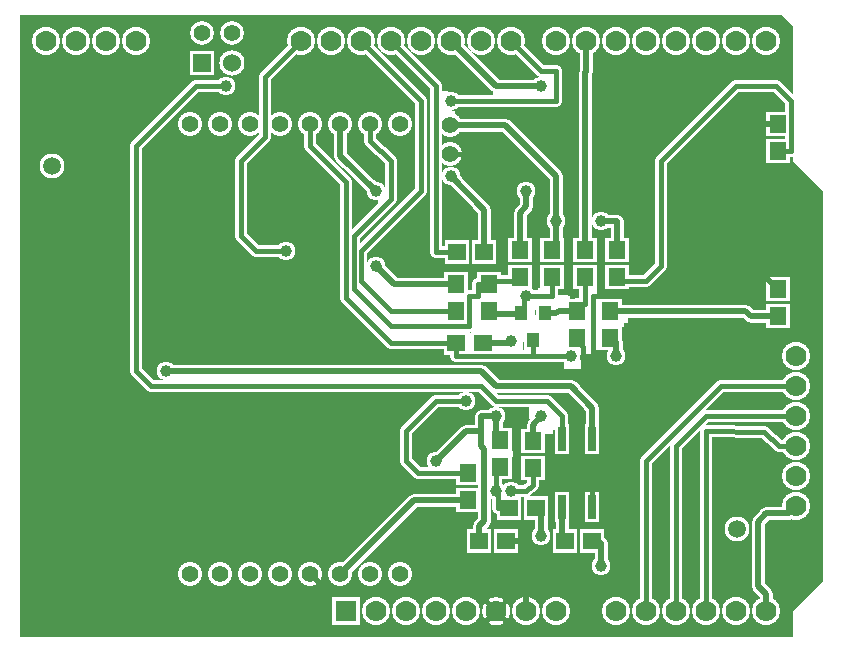
<source format=gbr>
G04 GERBER ASCII OUTPUT FROM: EDWINXP (VER. 1.61 REV. 20080915)*
G04 GERBER FORMAT: RX-274-X*
G04 BOARD: AMICUS_SMARTCARD*
G04 ARTWORK OF COMP.LAYERPOSITIVE SUPERIMPOSED ON NEGATIVE*
%ASAXBY*%
%FSLAX23Y23*%
%MIA0B0*%
%MOIN*%
%OFA0.0000B0.0000*%
%SFA1B1*%
%IJA0B0*%
%INLAYER2NEGPOS*%
%IOA0B0*%
%IPPOS*%
%IR0*%
G04 APERTURE MACROS*
%AMEDWDONUT*
1,1,$1,$2,$3*
1,0,$4,$2,$3*
%
%AMEDWFRECT*
20,1,$1,$2,$3,$4,$5,$6*
%
%AMEDWORECT*
20,1,$1,$2,$3,$4,$5,$10*
20,1,$1,$4,$5,$6,$7,$10*
20,1,$1,$6,$7,$8,$9,$10*
20,1,$1,$8,$9,$2,$3,$10*
1,1,$1,$2,$3*
1,1,$1,$4,$5*
1,1,$1,$6,$7*
1,1,$1,$8,$9*
%
%AMEDWLINER*
20,1,$1,$2,$3,$4,$5,$6*
1,1,$1,$2,$3*
1,1,$1,$4,$5*
%
%AMEDWFTRNG*
4,1,3,$1,$2,$3,$4,$5,$6,$7,$8,$9*
%
%AMEDWATRNG*
4,1,3,$1,$2,$3,$4,$5,$6,$7,$8,$9*
20,1,$11,$1,$2,$3,$4,$10*
20,1,$11,$3,$4,$5,$6,$10*
20,1,$11,$5,$6,$7,$8,$10*
1,1,$11,$3,$4*
1,1,$11,$5,$6*
1,1,$11,$7,$8*
%
%AMEDWOTRNG*
20,1,$1,$2,$3,$4,$5,$8*
20,1,$1,$4,$5,$6,$7,$8*
20,1,$1,$6,$7,$2,$3,$8*
1,1,$1,$2,$3*
1,1,$1,$4,$5*
1,1,$1,$6,$7*
%
G04*
G04 APERTURE LIST*
%ADD10R,0.0650X0.0700*%
%ADD11R,0.0890X0.0940*%
%ADD12R,0.0550X0.0600*%
%ADD13R,0.0790X0.0840*%
%ADD14R,0.0700X0.0650*%
%ADD15R,0.0940X0.0890*%
%ADD16R,0.0600X0.0550*%
%ADD17R,0.0840X0.0790*%
%ADD18R,0.0350X0.0900*%
%ADD19R,0.0590X0.1140*%
%ADD20R,0.0250X0.0800*%
%ADD21R,0.0490X0.1040*%
%ADD22R,0.0760X0.0760*%
%ADD23R,0.1000X0.1000*%
%ADD24R,0.0600X0.0600*%
%ADD25R,0.0840X0.0840*%
%ADD26R,0.0500X0.0580*%
%ADD27R,0.0740X0.0820*%
%ADD28R,0.0400X0.0480*%
%ADD29R,0.0640X0.0720*%
%ADD30R,0.04724X0.06693*%
%ADD31R,0.07124X0.09093*%
%ADD32R,0.03937X0.05906*%
%ADD33R,0.06337X0.08306*%
%ADD34R,0.0860X0.0860*%
%ADD35R,0.1100X0.1100*%
%ADD36R,0.0700X0.0700*%
%ADD37R,0.0940X0.0940*%
%ADD38C,0.00039*%
%ADD40C,0.0010*%
%ADD42C,0.00118*%
%ADD44C,0.0020*%
%ADD45R,0.0020X0.0020*%
%ADD46C,0.0030*%
%ADD47R,0.0030X0.0030*%
%ADD48C,0.0040*%
%ADD49R,0.0040X0.0040*%
%ADD50C,0.0050*%
%ADD51R,0.0050X0.0050*%
%ADD52C,0.00512*%
%ADD53R,0.00512X0.00512*%
%ADD54C,0.00551*%
%ADD55R,0.00551X0.00551*%
%ADD56C,0.00591*%
%ADD57R,0.00591X0.00591*%
%ADD58C,0.00659*%
%ADD59R,0.00659X0.00659*%
%ADD60C,0.00669*%
%ADD62C,0.00787*%
%ADD63R,0.00787X0.00787*%
%ADD64C,0.00799*%
%ADD66C,0.0080*%
%ADD68C,0.00984*%
%ADD69R,0.00984X0.00984*%
%ADD70C,0.0100*%
%ADD71R,0.0100X0.0100*%
%ADD72C,0.01181*%
%ADD74C,0.0120*%
%ADD76C,0.0130*%
%ADD78C,0.0150*%
%ADD79R,0.0150X0.0150*%
%ADD80C,0.01575*%
%ADD82C,0.0160*%
%ADD83R,0.0160X0.0160*%
%ADD84C,0.01698*%
%ADD85R,0.01698X0.01698*%
%ADD86C,0.01797*%
%ADD87R,0.01797X0.01797*%
%ADD88C,0.01895*%
%ADD89R,0.01895X0.01895*%
%ADD90C,0.01969*%
%ADD91R,0.01969X0.01969*%
%ADD92C,0.01994*%
%ADD93R,0.01994X0.01994*%
%ADD94C,0.0200*%
%ADD96C,0.02092*%
%ADD97R,0.02092X0.02092*%
%ADD98C,0.02191*%
%ADD99R,0.02191X0.02191*%
%ADD100C,0.02289*%
%ADD101R,0.02289X0.02289*%
%ADD102C,0.02387*%
%ADD103R,0.02387X0.02387*%
%ADD104C,0.0240*%
%ADD105R,0.0240X0.0240*%
%ADD106C,0.0240*%
%ADD107R,0.0240X0.0240*%
%ADD108C,0.02486*%
%ADD109R,0.02486X0.02486*%
%ADD110C,0.0250*%
%ADD111R,0.0250X0.0250*%
%ADD112C,0.02584*%
%ADD113R,0.02584X0.02584*%
%ADD114C,0.02683*%
%ADD115R,0.02683X0.02683*%
%ADD116C,0.0290*%
%ADD117R,0.0290X0.0290*%
%ADD118C,0.02912*%
%ADD119R,0.02912X0.02912*%
%ADD120C,0.02951*%
%ADD121R,0.02951X0.02951*%
%ADD122C,0.02978*%
%ADD123R,0.02978X0.02978*%
%ADD124C,0.02991*%
%ADD125R,0.02991X0.02991*%
%ADD126C,0.0300*%
%ADD127R,0.0300X0.0300*%
%ADD128C,0.03059*%
%ADD129R,0.03059X0.03059*%
%ADD130C,0.03069*%
%ADD131R,0.03069X0.03069*%
%ADD132C,0.03076*%
%ADD133R,0.03076X0.03076*%
%ADD134C,0.03175*%
%ADD135R,0.03175X0.03175*%
%ADD136C,0.03199*%
%ADD137R,0.03199X0.03199*%
%ADD138C,0.0320*%
%ADD139R,0.0320X0.0320*%
%ADD140C,0.0347*%
%ADD141R,0.0347X0.0347*%
%ADD142C,0.0350*%
%ADD143R,0.0350X0.0350*%
%ADD144C,0.03569*%
%ADD145R,0.03569X0.03569*%
%ADD146C,0.0360*%
%ADD148C,0.03667*%
%ADD149R,0.03667X0.03667*%
%ADD150C,0.0370*%
%ADD152C,0.03765*%
%ADD153R,0.03765X0.03765*%
%ADD154C,0.0390*%
%ADD155R,0.0390X0.0390*%
%ADD156C,0.03937*%
%ADD157R,0.03937X0.03937*%
%ADD158C,0.03975*%
%ADD160C,0.0400*%
%ADD161R,0.0400X0.0400*%
%ADD162C,0.04061*%
%ADD163R,0.04061X0.04061*%
%ADD164C,0.04159*%
%ADD165R,0.04159X0.04159*%
%ADD166C,0.04173*%
%ADD167R,0.04173X0.04173*%
%ADD168C,0.04257*%
%ADD169R,0.04257X0.04257*%
%ADD170C,0.0440*%
%ADD172C,0.0450*%
%ADD173R,0.0450X0.0450*%
%ADD174C,0.04651*%
%ADD175R,0.04651X0.04651*%
%ADD176C,0.0470*%
%ADD177R,0.0470X0.0470*%
%ADD178C,0.04724*%
%ADD179R,0.04724X0.04724*%
%ADD180C,0.0490*%
%ADD181R,0.0490X0.0490*%
%ADD182C,0.0500*%
%ADD183R,0.0500X0.0500*%
%ADD184C,0.05045*%
%ADD185R,0.05045X0.05045*%
%ADD186C,0.05118*%
%ADD187R,0.05118X0.05118*%
%ADD188C,0.05143*%
%ADD189R,0.05143X0.05143*%
%ADD190C,0.05512*%
%ADD191R,0.05512X0.05512*%
%ADD192C,0.0560*%
%ADD194C,0.0570*%
%ADD195R,0.0570X0.0570*%
%ADD196C,0.0590*%
%ADD197R,0.0590X0.0590*%
%ADD198C,0.05906*%
%ADD199R,0.05906X0.05906*%
%ADD200C,0.05931*%
%ADD201R,0.05931X0.05931*%
%ADD202C,0.0600*%
%ADD203R,0.0600X0.0600*%
%ADD204C,0.06029*%
%ADD205R,0.06029X0.06029*%
%ADD206C,0.0620*%
%ADD208C,0.06201*%
%ADD209R,0.06201X0.06201*%
%ADD210C,0.06324*%
%ADD211R,0.06324X0.06324*%
%ADD212C,0.06337*%
%ADD213R,0.06337X0.06337*%
%ADD214C,0.0650*%
%ADD215R,0.0650X0.0650*%
%ADD216C,0.06512*%
%ADD217R,0.06512X0.06512*%
%ADD218C,0.06693*%
%ADD219R,0.06693X0.06693*%
%ADD220C,0.0690*%
%ADD221R,0.0690X0.0690*%
%ADD222C,0.06906*%
%ADD223R,0.06906X0.06906*%
%ADD224C,0.0700*%
%ADD225R,0.0700X0.0700*%
%ADD226C,0.0710*%
%ADD227R,0.0710X0.0710*%
%ADD228C,0.07124*%
%ADD229R,0.07124X0.07124*%
%ADD230C,0.0740*%
%ADD231R,0.0740X0.0740*%
%ADD232C,0.0750*%
%ADD233R,0.0750X0.0750*%
%ADD234C,0.07598*%
%ADD236C,0.0760*%
%ADD237R,0.0760X0.0760*%
%ADD238C,0.07874*%
%ADD240C,0.07912*%
%ADD242C,0.0800*%
%ADD243R,0.0800X0.0800*%
%ADD244C,0.0810*%
%ADD245R,0.0810X0.0810*%
%ADD246C,0.08306*%
%ADD247R,0.08306X0.08306*%
%ADD248C,0.0840*%
%ADD249R,0.0840X0.0840*%
%ADD250C,0.08598*%
%ADD251R,0.08598X0.08598*%
%ADD252C,0.0860*%
%ADD253R,0.0860X0.0860*%
%ADD254C,0.08601*%
%ADD255R,0.08601X0.08601*%
%ADD256C,0.0870*%
%ADD257R,0.0870X0.0870*%
%ADD258C,0.0890*%
%ADD259R,0.0890X0.0890*%
%ADD260C,0.0900*%
%ADD261R,0.0900X0.0900*%
%ADD262C,0.09093*%
%ADD263R,0.09093X0.09093*%
%ADD264C,0.0940*%
%ADD265R,0.0940X0.0940*%
%ADD266C,0.0970*%
%ADD267R,0.0970X0.0970*%
%ADD268C,0.09843*%
%ADD269R,0.09843X0.09843*%
%ADD270C,0.0990*%
%ADD271R,0.0990X0.0990*%
%ADD272C,0.09998*%
%ADD274C,0.1000*%
%ADD275R,0.1000X0.1000*%
%ADD276C,0.10274*%
%ADD277R,0.10274X0.10274*%
%ADD278C,0.1040*%
%ADD279R,0.1040X0.1040*%
%ADD280C,0.10998*%
%ADD281R,0.10998X0.10998*%
%ADD282C,0.1100*%
%ADD283R,0.1100X0.1100*%
%ADD284C,0.1110*%
%ADD285R,0.1110X0.1110*%
%ADD286C,0.1120*%
%ADD287R,0.1120X0.1120*%
%ADD288C,0.1140*%
%ADD289R,0.1140X0.1140*%
%ADD290C,0.1150*%
%ADD291R,0.1150X0.1150*%
%ADD292C,0.1200*%
%ADD293R,0.1200X0.1200*%
%ADD294C,0.1210*%
%ADD295R,0.1210X0.1210*%
%ADD296C,0.1240*%
%ADD297R,0.1240X0.1240*%
%ADD298C,0.1250*%
%ADD299R,0.1250X0.1250*%
%ADD300C,0.12992*%
%ADD301R,0.12992X0.12992*%
%ADD302C,0.1300*%
%ADD303R,0.1300X0.1300*%
%ADD304C,0.1340*%
%ADD305R,0.1340X0.1340*%
%ADD306C,0.1390*%
%ADD307R,0.1390X0.1390*%
%ADD308C,0.1420*%
%ADD309R,0.1420X0.1420*%
%ADD310C,0.1440*%
%ADD311R,0.1440X0.1440*%
%ADD312C,0.1490*%
%ADD313R,0.1490X0.1490*%
%ADD314C,0.1520*%
%ADD315R,0.1520X0.1520*%
%ADD316C,0.15374*%
%ADD317R,0.15374X0.15374*%
%ADD318C,0.1540*%
%ADD319R,0.1540X0.1540*%
%ADD320C,0.1660*%
%ADD321R,0.1660X0.1660*%
%ADD322C,0.17323*%
%ADD324C,0.1760*%
%ADD325R,0.1760X0.1760*%
%ADD326C,0.17774*%
%ADD327R,0.17774X0.17774*%
%ADD328C,0.18504*%
%ADD330C,0.18898*%
%ADD332C,0.20904*%
%ADD334C,0.2126*%
%ADD336C,0.21298*%
%ADD338C,0.22835*%
%ADD341R,0.23622X0.23622*%
%ADD343R,0.24937X0.24937*%
%ADD345R,0.26022X0.26022*%
%ADD347R,0.27337X0.27337*%
%ADD349R,0.31496X0.31496*%
%ADD351R,0.32811X0.32811*%
%ADD353R,0.33896X0.33896*%
%ADD355R,0.35211X0.35211*%
%ADD356C,0.45211*%
%ADD357R,0.45211X0.45211*%
%ADD358C,0.55211*%
%ADD359R,0.55211X0.55211*%
%ADD360C,0.65211*%
%ADD361R,0.65211X0.65211*%
%ADD362C,0.75211*%
%ADD363R,0.75211X0.75211*%
%ADD364C,0.85211*%
%ADD365R,0.85211X0.85211*%
%ADD366C,0.95211*%
%ADD367R,0.95211X0.95211*%
%ADD368C,1.05211*%
%ADD369R,1.05211X1.05211*%
%ADD370C,1.15211*%
%ADD371R,1.15211X1.15211*%
%ADD372C,1.25211*%
%ADD373R,1.25211X1.25211*%
%ADD374C,1.35211*%
%ADD375R,1.35211X1.35211*%
%ADD376C,1.45211*%
%ADD377R,1.45211X1.45211*%
%ADD378C,1.55211*%
%ADD379R,1.55211X1.55211*%
%ADD380C,1.65211*%
%ADD381R,1.65211X1.65211*%
%ADD382C,1.75211*%
%ADD383R,1.75211X1.75211*%
%ADD384C,1.85211*%
%ADD385R,1.85211X1.85211*%
%ADD386C,1.95211*%
%ADD387R,1.95211X1.95211*%
G04*
%LNLLAYER2CPOURD*%
%LPD*%
G36*
X1595Y102D02*
X1563Y13D01*
X13Y13D01*
X13Y2088D01*
X2550Y2088D01*
X2588Y2050D01*
X2588Y1600D01*
X2688Y1500D01*
X2688Y200D01*
X2588Y100D01*
X2588Y13D01*
X1625Y13D01*
X1595Y102D01*
G37*
G36*
X1600Y100D02*
X1525Y13D01*
X1675Y13D01*
X1600Y100D01*
G37*
%LNLLAYER2CRELIEVEC*%
%LPC*%
G36*
X1738Y1162D02*
X1738Y1179D01*
X1774Y1179D01*
X1774Y1162D01*
X1738Y1162D01*
G37*
G36*
X1523Y1075D02*
X1523Y1138D01*
X1542Y1138D01*
X1542Y1075D01*
X1523Y1075D01*
G37*
G36*
X1523Y1060D02*
X1523Y1081D01*
X1542Y1081D01*
X1542Y1060D01*
X1523Y1060D01*
G37*
G36*
X1887Y951D02*
X1887Y977D01*
X1923Y977D01*
X1923Y951D01*
X1887Y951D01*
G37*
G36*
X1902Y970D02*
X1902Y1007D01*
X1924Y1007D01*
X1924Y970D01*
X1902Y970D01*
G37*
G36*
X1870Y956D02*
X1870Y977D01*
X1887Y977D01*
X1887Y956D01*
X1870Y956D01*
G37*
G36*
X1902Y1000D02*
X1902Y1051D01*
X1924Y1051D01*
X1924Y1000D01*
X1902Y1000D01*
G37*
G36*
X1902Y1044D02*
X1902Y1081D01*
X1924Y1081D01*
X1924Y1044D01*
X1902Y1044D01*
G37*
G36*
X1871Y1047D02*
X1871Y1068D01*
X1909Y1068D01*
X1909Y1047D01*
X1871Y1047D01*
G37*
G36*
X1902Y1074D02*
X1902Y1110D01*
X1924Y1110D01*
X1924Y1074D01*
X1902Y1074D01*
G37*
G36*
X1902Y1103D02*
X1902Y1120D01*
X1923Y1120D01*
X1923Y1103D01*
X1902Y1103D01*
G37*
G36*
X1906Y1113D02*
X1906Y1140D01*
X1924Y1140D01*
X1924Y1113D01*
X1906Y1113D01*
G37*
G36*
X1906Y1133D02*
X1906Y1155D01*
X1924Y1155D01*
X1924Y1133D01*
X1906Y1133D01*
G37*
G36*
X1906Y1148D02*
X1906Y1178D01*
X1927Y1178D01*
X1927Y1148D01*
X1906Y1148D01*
G37*
D85* 
X1929Y1159D02*D03*
X1929Y1169D02*D03*
G36*
X1827Y1047D02*
X1827Y1068D01*
X1877Y1068D01*
X1877Y1047D01*
X1827Y1047D01*
G37*
G36*
X1924Y1089D02*
X1924Y1150D01*
X1946Y1150D01*
X1946Y1089D01*
X1924Y1089D01*
G37*
G36*
X1924Y1060D02*
X1924Y1096D01*
X1946Y1096D01*
X1946Y1060D01*
X1924Y1060D01*
G37*
G36*
X1924Y1030D02*
X1924Y1066D01*
X1946Y1066D01*
X1946Y1030D01*
X1924Y1030D01*
G37*
G36*
X1924Y1001D02*
X1924Y1037D01*
X1946Y1037D01*
X1946Y1001D01*
X1924Y1001D01*
G37*
G36*
X1924Y971D02*
X1924Y1007D01*
X1946Y1007D01*
X1946Y971D01*
X1924Y971D01*
G37*
G36*
X1939Y1047D02*
X1939Y1068D01*
X1981Y1068D01*
X1981Y1047D01*
X1939Y1047D01*
G37*
G36*
X1974Y1047D02*
X1974Y1068D01*
X2011Y1068D01*
X2011Y1047D01*
X1974Y1047D01*
G37*
G36*
X2004Y1047D02*
X2004Y1068D01*
X2026Y1068D01*
X2026Y1047D01*
X2004Y1047D01*
G37*
D99* 
X2030Y1071D02*D03*
G36*
X1572Y615D02*
X1572Y636D01*
X1612Y636D01*
X1612Y615D01*
X1572Y615D01*
G37*
G36*
X1605Y615D02*
X1605Y636D01*
X1642Y636D01*
X1642Y615D01*
X1605Y615D01*
G37*
G36*
X1635Y615D02*
X1635Y636D01*
X1657Y636D01*
X1657Y615D01*
X1635Y615D01*
G37*
G36*
X1827Y900D02*
X1827Y927D01*
X1886Y927D01*
X1886Y900D01*
X1827Y900D01*
G37*
G36*
X1865Y920D02*
X1865Y937D01*
X1886Y937D01*
X1886Y920D01*
X1865Y920D01*
G37*
G36*
X1411Y1769D02*
X1411Y1789D01*
X1433Y1789D01*
X1433Y1769D01*
X1411Y1769D01*
G37*
G36*
X1411Y1782D02*
X1411Y1802D01*
X1428Y1802D01*
X1428Y1782D01*
X1411Y1782D01*
G37*
G36*
X1411Y1796D02*
X1411Y1834D01*
X1428Y1834D01*
X1428Y1796D01*
X1411Y1796D01*
G37*
G36*
X1421Y1815D02*
X1421Y1834D01*
X1438Y1834D01*
X1438Y1815D01*
X1421Y1815D01*
G37*
G36*
X1411Y1743D02*
X1411Y1775D01*
X1428Y1775D01*
X1428Y1743D01*
X1411Y1743D01*
G37*
G36*
X1421Y1750D02*
X1421Y1775D01*
X1438Y1775D01*
X1438Y1750D01*
X1421Y1750D01*
G37*
D87* 
X1456Y1762D02*D03*
G36*
X1431Y1754D02*
X1431Y1776D01*
X1454Y1776D01*
X1454Y1754D01*
X1431Y1754D01*
G37*
G36*
X1694Y1813D02*
X1694Y1836D01*
X1735Y1836D01*
X1735Y1813D01*
X1694Y1813D01*
G37*
G36*
X1728Y1813D02*
X1728Y1829D01*
X1745Y1829D01*
X1745Y1813D01*
X1728Y1813D01*
G37*
G36*
X1664Y1812D02*
X1664Y1836D01*
X1700Y1836D01*
X1700Y1812D01*
X1664Y1812D01*
G37*
G36*
X1635Y1812D02*
X1635Y1836D01*
X1670Y1836D01*
X1670Y1812D01*
X1635Y1812D01*
G37*
G36*
X1590Y1812D02*
X1590Y1836D01*
X1641Y1836D01*
X1641Y1812D01*
X1590Y1812D01*
G37*
G36*
X1753Y706D02*
X1753Y728D01*
X1803Y728D01*
X1803Y706D01*
X1753Y706D01*
G37*
G36*
X1766Y721D02*
X1766Y738D01*
X1808Y738D01*
X1808Y721D01*
X1766Y721D01*
G37*
G36*
X1772Y731D02*
X1772Y748D01*
X1808Y748D01*
X1808Y731D01*
X1772Y731D01*
G37*
D85* 
X1793Y750D02*D03*
G36*
X1755Y691D02*
X1755Y713D01*
X1789Y713D01*
X1789Y691D01*
X1755Y691D01*
G37*
G36*
X1737Y704D02*
X1737Y722D01*
X1759Y722D01*
X1759Y704D01*
X1737Y704D01*
G37*
G36*
X1709Y741D02*
X1709Y788D01*
X1726Y788D01*
X1726Y741D01*
X1709Y741D01*
G37*
G36*
X1718Y763D02*
X1718Y788D01*
X1735Y788D01*
X1735Y763D01*
X1718Y763D01*
G37*
X1737Y779D02*D03*
G36*
X1708Y1104D02*
X1708Y1130D01*
X1737Y1130D01*
X1737Y1104D01*
X1708Y1104D01*
G37*
G36*
X1730Y1121D02*
X1730Y1139D01*
X1760Y1139D01*
X1760Y1121D01*
X1730Y1121D01*
G37*
X1796Y1121D02*D03*
G36*
X1753Y1121D02*
X1753Y1139D01*
X1793Y1139D01*
X1793Y1121D01*
X1753Y1121D01*
G37*
G36*
X1786Y1122D02*
X1786Y1139D01*
X1804Y1139D01*
X1804Y1122D01*
X1786Y1122D01*
G37*
G36*
X1797Y1116D02*
X1797Y1153D01*
X1814Y1153D01*
X1814Y1116D01*
X1797Y1116D01*
G37*
G36*
X1807Y1117D02*
X1807Y1155D01*
X1838Y1155D01*
X1838Y1117D01*
X1807Y1117D01*
G37*
D87* 
X1840Y1146D02*D03*
G36*
X1240Y1106D02*
X1236Y1120D01*
X1149Y1207D01*
X1149Y1254D01*
X1163Y1252D01*
X1175Y1252D01*
X1179Y1240D01*
X1191Y1232D01*
X1195Y1232D01*
X1203Y1228D01*
X1250Y1181D01*
X1258Y1181D01*
X1270Y1177D01*
X1435Y1177D01*
X1433Y1163D01*
X1433Y1104D01*
X1419Y1106D01*
X1240Y1106D01*
G37*
G36*
X1232Y1055D02*
X1228Y1069D01*
X1228Y1085D01*
X1303Y1089D01*
X1303Y1097D01*
X1317Y1095D01*
X1329Y1095D01*
X1341Y1091D01*
X1435Y1091D01*
X1433Y1077D01*
X1433Y1053D01*
X1419Y1055D01*
X1232Y1055D01*
G37*
G36*
X1232Y1000D02*
X1228Y1014D01*
X1220Y1022D01*
X1220Y1045D01*
X1234Y1043D01*
X1246Y1043D01*
X1258Y1039D01*
X1431Y1039D01*
X1429Y1026D01*
X1429Y998D01*
X1415Y1000D01*
X1232Y1000D01*
G37*
G36*
X1618Y1090D02*
X1598Y1104D01*
X1598Y1175D01*
X1602Y1191D01*
X1616Y1189D01*
X1640Y1189D01*
X1648Y1177D01*
X1683Y1177D01*
X1681Y1163D01*
X1681Y1120D01*
X1662Y1116D01*
X1662Y1100D01*
X1650Y1096D01*
X1650Y1088D01*
X1636Y1090D01*
X1618Y1090D01*
G37*
G36*
X1555Y701D02*
X1555Y738D01*
X1569Y736D01*
X1593Y736D01*
X1591Y722D01*
X1591Y711D01*
X1587Y699D01*
X1573Y701D01*
X1555Y701D01*
G37*
G36*
X492Y850D02*
X492Y876D01*
X508Y880D01*
X1445Y884D01*
X1445Y892D01*
X1459Y890D01*
X1541Y890D01*
X1553Y886D01*
X1551Y872D01*
X1551Y860D01*
X1469Y856D01*
X1469Y848D01*
X1455Y850D01*
X492Y850D01*
G37*
G36*
X1409Y563D02*
X1409Y600D01*
X1421Y612D01*
X1433Y620D01*
X1441Y632D01*
X1453Y640D01*
X1464Y652D01*
X1464Y656D01*
X1476Y667D01*
X1488Y675D01*
X1492Y687D01*
X1506Y685D01*
X1530Y685D01*
X1533Y654D01*
X1537Y642D01*
X1545Y642D01*
X1543Y628D01*
X1543Y596D01*
X1516Y593D01*
X1477Y589D01*
X1477Y573D01*
X1465Y569D01*
X1465Y561D01*
X1451Y563D01*
X1409Y563D01*
G37*
G36*
X1205Y1461D02*
X1205Y1494D01*
X1209Y1506D01*
X1222Y1504D01*
X1242Y1504D01*
X1240Y1490D01*
X1240Y1470D01*
X1236Y1459D01*
X1222Y1461D01*
X1205Y1461D01*
G37*
G36*
X1760Y744D02*
X1760Y778D01*
X1774Y776D01*
X1793Y776D01*
X1791Y762D01*
X1791Y742D01*
X1778Y744D01*
X1760Y744D01*
G37*
G36*
X1756Y1807D02*
X1756Y1852D01*
X1770Y1851D01*
X1781Y1851D01*
X1793Y1843D01*
X1791Y1829D01*
X1791Y1817D01*
X1788Y1805D01*
X1774Y1807D01*
X1756Y1807D01*
G37*
G36*
X1424Y1134D02*
X1423Y1143D01*
X1423Y1147D01*
X1424Y1157D01*
X1434Y1157D01*
X1500Y1157D01*
X1499Y1147D01*
X1499Y1133D01*
X1490Y1134D01*
X1424Y1134D01*
G37*
G36*
X1548Y1133D02*
X1548Y1147D01*
X1549Y1157D01*
X1559Y1157D01*
X1606Y1157D01*
X1605Y1147D01*
X1605Y1141D01*
X1568Y1140D01*
X1568Y1132D01*
X1559Y1133D01*
X1548Y1133D01*
G37*
G36*
X1499Y960D02*
X1499Y970D01*
X1498Y971D01*
X1498Y1029D01*
X1499Y1039D01*
X1508Y1039D01*
X1514Y1039D01*
X1515Y1017D01*
X1523Y1017D01*
X1523Y1007D01*
X1523Y969D01*
X1521Y959D01*
X1511Y960D01*
X1499Y960D01*
G37*
G36*
X1754Y768D02*
X1750Y777D01*
X1750Y781D01*
X1752Y790D01*
X1761Y789D01*
X1764Y789D01*
X1774Y788D01*
X1774Y778D01*
X1774Y767D01*
X1764Y768D01*
X1754Y768D01*
G37*
G36*
X1562Y648D02*
X1561Y657D01*
X1561Y708D01*
X1570Y708D01*
X1574Y708D01*
X1575Y690D01*
X1583Y690D01*
X1583Y681D01*
X1583Y656D01*
X1582Y647D01*
X1572Y648D01*
X1562Y648D01*
G37*
G36*
X1769Y1853D02*
X1768Y1863D01*
X1764Y1867D01*
X1760Y1872D01*
X1757Y1874D01*
X1745Y1877D01*
X1745Y1889D01*
X1754Y1889D01*
X1780Y1889D01*
X1781Y1879D01*
X1789Y1879D01*
X1789Y1870D01*
X1789Y1853D01*
X1779Y1853D01*
X1769Y1853D01*
G37*
G36*
X1589Y960D02*
X1589Y971D01*
X1588Y972D01*
X1588Y978D01*
X1588Y984D01*
X1589Y986D01*
X1639Y987D01*
X1642Y991D01*
X1644Y995D01*
X1589Y1002D01*
X1588Y1006D01*
X1588Y1012D01*
X1588Y1020D01*
X1588Y1028D01*
X1514Y1032D01*
X1514Y1036D01*
X1516Y1039D01*
X1519Y1045D01*
X1520Y1052D01*
X1520Y1058D01*
X1521Y1060D01*
X1604Y1061D01*
X1604Y1066D01*
X1605Y1068D01*
X1706Y1069D01*
X1706Y1085D01*
X1705Y1086D01*
X1705Y1102D01*
X1706Y1112D01*
X1715Y1111D01*
X1731Y1111D01*
X1732Y1065D01*
X1741Y1064D01*
X1792Y1064D01*
X1793Y1077D01*
X1794Y1079D01*
X1801Y1080D01*
X1806Y1081D01*
X1809Y1083D01*
X1811Y1084D01*
X1816Y1089D01*
X1838Y1089D01*
X1838Y1079D01*
X1838Y1066D01*
X1834Y1058D01*
X1834Y1048D01*
X1838Y1046D01*
X1838Y971D01*
X1835Y968D01*
X1832Y959D01*
X1822Y960D01*
X1817Y960D01*
X1810Y960D01*
X1802Y960D01*
X1794Y960D01*
X1786Y960D01*
X1778Y960D01*
X1770Y960D01*
X1762Y960D01*
X1754Y960D01*
X1753Y961D01*
X1752Y965D01*
X1751Y1031D01*
X1692Y1031D01*
X1691Y961D01*
X1689Y960D01*
X1672Y960D01*
X1657Y960D01*
X1648Y961D01*
X1611Y961D01*
X1610Y960D01*
X1604Y960D01*
X1589Y960D01*
G37*
D13* 
X1506Y472D02*D03*
X1506Y562D02*D03*
D17* 
X1471Y1299D02*D03*
X1561Y1299D02*D03*
D13* 
X1678Y1304D02*D03*
X1678Y1214D02*D03*
X1467Y1101D02*D03*
X1467Y1191D02*D03*
X2003Y1214D02*D03*
X2003Y1304D02*D03*
D17* 
X1544Y335D02*D03*
D13* 
X1870Y1102D02*D03*
D264*
X2600Y950D02*D03*
X2600Y850D02*D03*
X2600Y750D02*D03*
X2600Y650D02*D03*
X2600Y550D02*D03*
X2600Y450D02*D03*
X1800Y2000D02*D03*
X1900Y2000D02*D03*
X2000Y2000D02*D03*
X2100Y2000D02*D03*
X2200Y2000D02*D03*
X2300Y2000D02*D03*
X2400Y2000D02*D03*
X2500Y2000D02*D03*
X1300Y100D02*D03*
X1400Y100D02*D03*
X1500Y100D02*D03*
X1800Y100D02*D03*
X950Y2000D02*D03*
X1050Y2000D02*D03*
X1150Y2000D02*D03*
X1250Y2000D02*D03*
X1350Y2000D02*D03*
X1450Y2000D02*D03*
X1550Y2000D02*D03*
X1650Y2000D02*D03*
X2000Y100D02*D03*
X2100Y100D02*D03*
X2200Y100D02*D03*
X2300Y100D02*D03*
X2400Y100D02*D03*
X2500Y100D02*D03*
D242*
X581Y226D02*D03*
X681Y226D02*D03*
X781Y226D02*D03*
X881Y226D02*D03*
X1081Y226D02*D03*
X1181Y226D02*D03*
X1281Y226D02*D03*
X1281Y1726D02*D03*
X1181Y1726D02*D03*
X1081Y1726D02*D03*
X981Y1726D02*D03*
X881Y1726D02*D03*
X781Y1726D02*D03*
X681Y1726D02*D03*
X581Y1726D02*D03*
X1447Y1722D02*D03*
D246*
X2402Y374D02*D03*
X118Y1585D02*D03*
D292*
X89Y571D02*D03*
X89Y1378D02*D03*
X2431Y1378D02*D03*
X2431Y571D02*D03*
D21* 
X1821Y448D02*D03*
X1921Y673D02*D03*
X1821Y673D02*D03*
D25* 
X620Y1929D02*D03*
D248*
X720Y1929D02*D03*
D240*
X720Y2029D02*D03*
X620Y2029D02*D03*
D13* 
X2539Y1083D02*D03*
X1978Y1012D02*D03*
X1978Y1102D02*D03*
D17* 
X1829Y335D02*D03*
X1919Y335D02*D03*
D13* 
X1895Y1304D02*D03*
X1895Y1214D02*D03*
D17* 
X1467Y994D02*D03*
D29* 
X1763Y1093D02*D03*
X1683Y1093D02*D03*
X1723Y1005D02*D03*
D13* 
X1722Y579D02*D03*
X1722Y669D02*D03*
D17* 
X1642Y443D02*D03*
X1732Y443D02*D03*
D13* 
X2539Y1634D02*D03*
X1786Y1304D02*D03*
X1786Y1214D02*D03*
X1614Y581D02*D03*
X1614Y671D02*D03*
X1575Y1101D02*D03*
X1575Y1191D02*D03*
D264*
X100Y2000D02*D03*
X200Y2000D02*D03*
X300Y2000D02*D03*
X400Y2000D02*D03*
D37* 
X1100Y100D02*D03*
D264*
X1200Y100D02*D03*
D274*
X100Y100D02*D03*
X2600Y1400D02*D03*
X2600Y300D02*D03*
D264*
X1700Y100D02*D03*
D74* 
G75*
G01X1617Y137D02*
G03X1583Y137I-17J-37D01*
G01*
G75*
G01X1563Y117D02*
G03X1563Y83I37J-17D01*
G01*
G75*
G01X1583Y63D02*
G03X1617Y63I17J37D01*
G01*
G75*
G01X1637Y83D02*
G03X1637Y117I-37J17D01*
G01*
D242*
X1447Y1624D02*D03*
D21* 
X1921Y448D02*D03*
D17* 
X1634Y335D02*D03*
D13* 
X2539Y1173D02*D03*
X2539Y1724D02*D03*
D17* 
X1557Y994D02*D03*
D13* 
X1870Y1012D02*D03*
D242*
X981Y226D02*D03*
D212*
X500Y900D02*D03*
X1700Y1500D02*D03*
X1500Y800D02*D03*
X1750Y750D02*D03*
X1750Y1850D02*D03*
X1950Y1400D02*D03*
X1950Y250D02*D03*
X1850Y950D02*D03*
X2000Y950D02*D03*
X900Y1300D02*D03*
X1750Y350D02*D03*
X1650Y500D02*D03*
D72* 
X2100Y1700D02*D03*
X2000Y1500D02*D03*
X2000Y1600D02*D03*
X2000Y1700D02*D03*
X1300Y1300D02*D03*
X1300Y1400D02*D03*
D212*
X1200Y1250D02*D03*
X1200Y1500D02*D03*
X1800Y1400D02*D03*
X1450Y1550D02*D03*
X1600Y500D02*D03*
X1400Y600D02*D03*
X1700Y1150D02*D03*
X1600Y750D02*D03*
X1450Y1800D02*D03*
X700Y1850D02*D03*
D72* 
X2400Y1500D02*D03*
X2100Y700D02*D03*
X2200Y800D02*D03*
X2400Y900D02*D03*
X2400Y1000D02*D03*
X2300Y1000D02*D03*
X2300Y900D02*D03*
X2100Y800D02*D03*
X2100Y900D02*D03*
X2200Y900D02*D03*
X2200Y1000D02*D03*
X2200Y1400D02*D03*
X2200Y1500D02*D03*
X2100Y1400D02*D03*
X2100Y1500D02*D03*
X2100Y1600D02*D03*
X1429Y774D02*D03*
X1350Y675D02*D03*
X1425Y675D02*D03*
X1300Y950D02*D03*
X1375Y950D02*D03*
X1300Y800D02*D03*
X1200Y800D02*D03*
X1600Y1400D02*D03*
X1600Y1500D02*D03*
X1450Y1450D02*D03*
D94* 
X1700Y200D02*
X1700Y335D01*
X1634Y335D01*
D80* 
X1950Y600D02*
X2000Y550D01*
X2000Y200D01*
X1700Y200D01*
D94* 
X1700Y167D02*
X1700Y200D01*
X1700Y167D02*
X1040Y167D01*
X981Y226D01*
D80* 
X2350Y1250D02*
X2250Y1150D01*
X1924Y1150D01*
X1924Y950D01*
D94* 
X2350Y1250D02*
X2300Y1250D01*
X2300Y1550D01*
X2474Y1724D01*
X2539Y1724D01*
X2350Y1250D02*
X2462Y1249D01*
X2539Y1173D01*
X1700Y100D02*
X1700Y167D01*
D80* 
X1888Y950D02*
X1888Y982D01*
X1870Y1000D01*
X1870Y1012D01*
X1888Y950D02*
X1888Y900D01*
X1650Y900D01*
X1650Y1000D02*
X1644Y994D01*
D94* 
X1644Y994D02*
X1557Y994D01*
D80* 
X1888Y950D02*
X1924Y950D01*
X1950Y925D01*
X1950Y600D01*
X1921Y571D01*
X1921Y443D01*
X1650Y1600D02*
X1600Y1600D01*
X1576Y1624D01*
X1447Y1624D01*
D158*
X2100Y100D02*
X2100Y600D01*
X2350Y850D01*
X2600Y850D01*
X2200Y100D02*
X2200Y650D01*
X2300Y750D01*
X2600Y750D01*
X2600Y650D02*
X2542Y650D01*
X2492Y699D01*
X2300Y700D01*
X2300Y100D01*
D170*
X2600Y450D02*
X2577Y427D01*
X2500Y427D01*
X2472Y399D01*
X2472Y186D01*
X2500Y158D01*
X2500Y100D01*
X500Y900D02*
X1550Y900D01*
X1600Y850D01*
X1850Y850D01*
X1921Y779D01*
X1921Y668D01*
X1821Y443D02*
X1821Y335D01*
D158*
X1821Y335D02*
X1829Y335D01*
D170*
X1700Y1500D02*
X1700Y1450D01*
X1678Y1428D01*
X1678Y1304D01*
X1895Y1304D02*
X1895Y1895D01*
X1900Y1900D01*
X1900Y2000D01*
D158*
X1821Y668D02*
X1821Y750D01*
X1771Y800D01*
X1600Y800D01*
X1550Y850D01*
X450Y850D01*
X400Y900D01*
X400Y1650D01*
X600Y1850D01*
X700Y1850D01*
X1467Y1101D02*
X1250Y1101D01*
X1150Y1201D01*
X1150Y1300D01*
X1350Y1500D01*
X1350Y1800D01*
X1150Y2000D01*
X1471Y1299D02*
X1400Y1299D01*
X1400Y1850D01*
X1250Y2000D01*
X1500Y800D02*
X1400Y800D01*
X1300Y700D01*
X1300Y600D01*
X1338Y562D01*
X1506Y562D01*
D170*
X1750Y750D02*
X1722Y722D01*
X1722Y669D01*
X1750Y1850D02*
X1600Y1850D01*
X1450Y2000D01*
X1978Y1102D02*
X2430Y1102D01*
X2450Y1083D01*
X2539Y1083D01*
X1950Y1400D02*
X2003Y1400D01*
X2003Y1304D01*
X1950Y250D02*
X1950Y328D01*
D158*
X1950Y328D02*
X1919Y328D01*
X1919Y335D01*
X1466Y994D02*
X1466Y950D01*
X1723Y950D01*
X1850Y950D01*
X1723Y950D02*
X1723Y1005D01*
D170*
X2000Y950D02*
X1998Y999D01*
D158*
X1998Y999D02*
X1987Y1003D01*
X1987Y1019D01*
X1978Y1012D01*
X1466Y994D02*
X1467Y994D01*
X1466Y994D02*
X1250Y994D01*
X1100Y1144D01*
X1100Y1531D01*
X981Y1650D01*
X981Y1726D01*
X900Y1300D02*
X800Y1300D01*
X750Y1350D01*
X750Y1600D01*
X831Y1681D01*
X831Y1881D01*
X950Y2000D01*
D170*
X1750Y350D02*
X1750Y443D01*
D158*
X1750Y443D02*
X1732Y443D01*
X2539Y1634D02*
X2583Y1634D01*
X2583Y1800D01*
X2533Y1850D01*
X2400Y1850D01*
X2150Y1600D01*
X2150Y1250D01*
X2100Y1200D01*
X2003Y1200D01*
X2003Y1214D01*
D170*
X1506Y472D02*
X1327Y472D01*
X1081Y226D01*
D158*
X1575Y1191D02*
X1575Y1200D01*
X1678Y1200D01*
X1678Y1214D01*
X1575Y1191D02*
X1540Y1191D01*
X1540Y1150D01*
X1511Y1150D01*
X1511Y1050D01*
X1250Y1050D01*
X1125Y1175D01*
X1125Y1350D01*
X1250Y1475D01*
X1250Y1600D01*
X1181Y1669D01*
X1181Y1726D01*
X1650Y500D02*
X1700Y500D01*
X1722Y522D01*
X1722Y579D01*
D170*
X1200Y1250D02*
X1258Y1191D01*
X1467Y1191D01*
X1200Y1500D02*
X1081Y1619D01*
X1081Y1726D01*
X1800Y1400D02*
X1800Y1304D01*
D158*
X1800Y1304D02*
X1786Y1304D01*
D170*
X1800Y1400D02*
X1800Y1550D01*
X1628Y1722D01*
X1447Y1722D01*
X1450Y1550D02*
X1561Y1439D01*
X1561Y1299D01*
D158*
X1600Y500D02*
X1606Y494D01*
X1606Y443D01*
X1642Y443D01*
X1600Y500D02*
X1600Y581D01*
X1614Y581D01*
D170*
X1400Y600D02*
X1500Y700D01*
X1550Y700D01*
X1600Y750D02*
X1550Y750D01*
X1550Y700D01*
X1550Y650D01*
X1558Y642D01*
X1558Y400D01*
X1544Y386D01*
X1544Y335D01*
D158*
X1700Y1150D02*
X1786Y1150D01*
X1786Y1214D01*
X1683Y1093D02*
X1681Y1091D01*
D170*
X1681Y1091D02*
X1572Y1091D01*
D158*
X1572Y1091D02*
X1575Y1101D01*
D170*
X1600Y750D02*
X1600Y671D01*
D158*
X1600Y671D02*
X1614Y671D01*
X1683Y1093D02*
X1683Y1100D01*
X1694Y1111D01*
X1694Y1144D01*
X1700Y1150D01*
X1870Y1102D02*
X1870Y1124D01*
X1895Y1124D01*
X1895Y1214D01*
D170*
X1870Y1102D02*
X1810Y1102D01*
X1800Y1093D01*
X1763Y1093D01*
D158*
X1450Y1800D02*
X1800Y1800D01*
X1800Y1900D01*
X1750Y1900D01*
X1650Y2000D01*
%LNLLAYER2CFILLD*%
%LPD*%
D12* 
X1506Y472D02*D03*
X1506Y562D02*D03*
D16* 
X1471Y1299D02*D03*
X1561Y1299D02*D03*
D12* 
X1678Y1304D02*D03*
X1678Y1214D02*D03*
X1467Y1101D02*D03*
X1467Y1191D02*D03*
X2003Y1214D02*D03*
X2003Y1304D02*D03*
D16* 
X1544Y335D02*D03*
D12* 
X1870Y1102D02*D03*
D224*
X2600Y950D02*D03*
X2600Y850D02*D03*
X2600Y750D02*D03*
X2600Y650D02*D03*
X2600Y550D02*D03*
X2600Y450D02*D03*
X1800Y2000D02*D03*
X1900Y2000D02*D03*
X2000Y2000D02*D03*
X2100Y2000D02*D03*
X2200Y2000D02*D03*
X2300Y2000D02*D03*
X2400Y2000D02*D03*
X2500Y2000D02*D03*
X1300Y100D02*D03*
X1400Y100D02*D03*
X1500Y100D02*D03*
X1800Y100D02*D03*
X950Y2000D02*D03*
X1050Y2000D02*D03*
X1150Y2000D02*D03*
X1250Y2000D02*D03*
X1350Y2000D02*D03*
X1450Y2000D02*D03*
X1550Y2000D02*D03*
X1650Y2000D02*D03*
X2000Y100D02*D03*
X2100Y100D02*D03*
X2200Y100D02*D03*
X2300Y100D02*D03*
X2400Y100D02*D03*
X2500Y100D02*D03*
D192*
X581Y226D02*D03*
X681Y226D02*D03*
X781Y226D02*D03*
X881Y226D02*D03*
X1081Y226D02*D03*
X1181Y226D02*D03*
X1281Y226D02*D03*
X1281Y1726D02*D03*
X1181Y1726D02*D03*
X1081Y1726D02*D03*
X981Y1726D02*D03*
X881Y1726D02*D03*
X781Y1726D02*D03*
X681Y1726D02*D03*
X581Y1726D02*D03*
X1447Y1722D02*D03*
D198*
X2402Y374D02*D03*
X118Y1585D02*D03*
D292*
X89Y571D02*D03*
X89Y1378D02*D03*
X2431Y1378D02*D03*
X2431Y571D02*D03*
D20* 
X1821Y448D02*D03*
X1921Y673D02*D03*
X1821Y673D02*D03*
D24* 
X620Y1929D02*D03*
D202*
X720Y1929D02*D03*
D190*
X720Y2029D02*D03*
X620Y2029D02*D03*
D12* 
X2539Y1083D02*D03*
X1978Y1012D02*D03*
X1978Y1102D02*D03*
D16* 
X1829Y335D02*D03*
X1919Y335D02*D03*
D12* 
X1895Y1304D02*D03*
X1895Y1214D02*D03*
D16* 
X1467Y994D02*D03*
D28* 
X1763Y1093D02*D03*
X1683Y1093D02*D03*
X1723Y1005D02*D03*
D12* 
X1722Y579D02*D03*
X1722Y669D02*D03*
D16* 
X1642Y443D02*D03*
X1732Y443D02*D03*
D12* 
X2539Y1634D02*D03*
X1786Y1304D02*D03*
X1786Y1214D02*D03*
X1614Y581D02*D03*
X1614Y671D02*D03*
X1575Y1101D02*D03*
X1575Y1191D02*D03*
D224*
X100Y2000D02*D03*
X200Y2000D02*D03*
X300Y2000D02*D03*
X400Y2000D02*D03*
D36* 
X1100Y100D02*D03*
D224*
X1200Y100D02*D03*
D274*
X100Y100D02*D03*
X2600Y1400D02*D03*
X2600Y300D02*D03*
D224*
X1700Y100D02*D03*
X1600Y100D02*D03*
D192*
X1447Y1624D02*D03*
D20* 
X1921Y448D02*D03*
D16* 
X1634Y335D02*D03*
D12* 
X2539Y1173D02*D03*
X2539Y1724D02*D03*
D16* 
X1557Y994D02*D03*
D12* 
X1870Y1012D02*D03*
D192*
X981Y226D02*D03*
D156*
X1650Y900D02*D03*
X1650Y1000D02*D03*
X1650Y1600D02*D03*
X500Y900D02*D03*
X1700Y1500D02*D03*
X1500Y800D02*D03*
X1750Y750D02*D03*
X1750Y1850D02*D03*
X1950Y1400D02*D03*
X1950Y250D02*D03*
X1850Y950D02*D03*
X2000Y950D02*D03*
X900Y1300D02*D03*
X1750Y350D02*D03*
X1650Y500D02*D03*
D72* 
X2100Y1700D02*D03*
X2000Y1500D02*D03*
X2000Y1600D02*D03*
X2000Y1700D02*D03*
X1300Y1300D02*D03*
X1300Y1400D02*D03*
D156*
X1200Y1250D02*D03*
X1200Y1500D02*D03*
X1800Y1400D02*D03*
X1450Y1550D02*D03*
X1600Y500D02*D03*
X1400Y600D02*D03*
X1700Y1150D02*D03*
X1600Y750D02*D03*
X1450Y1800D02*D03*
X700Y1850D02*D03*
D72* 
X2400Y1500D02*D03*
X2100Y700D02*D03*
X2200Y800D02*D03*
X2400Y900D02*D03*
X2400Y1000D02*D03*
X2300Y1000D02*D03*
X2300Y900D02*D03*
X2100Y800D02*D03*
X2100Y900D02*D03*
X2200Y900D02*D03*
X2200Y1000D02*D03*
X2200Y1400D02*D03*
X2200Y1500D02*D03*
X2100Y1400D02*D03*
X2100Y1500D02*D03*
X2100Y1600D02*D03*
X1429Y774D02*D03*
X1350Y675D02*D03*
X1425Y675D02*D03*
X1300Y950D02*D03*
X1375Y950D02*D03*
X1300Y800D02*D03*
X1200Y800D02*D03*
X1600Y1400D02*D03*
X1600Y1500D02*D03*
X1450Y1450D02*D03*
D94* 
X1700Y200D02*
X1700Y335D01*
X1634Y335D01*
D80* 
X1950Y600D02*
X2000Y550D01*
X2000Y200D01*
X1700Y200D01*
D94* 
X1700Y167D02*
X1700Y200D01*
X1700Y167D02*
X1040Y167D01*
X981Y226D01*
D80* 
X2350Y1250D02*
X2250Y1150D01*
X1924Y1150D01*
X1924Y950D01*
D94* 
X2350Y1250D02*
X2300Y1250D01*
X2300Y1550D01*
X2474Y1724D01*
X2539Y1724D01*
X2350Y1250D02*
X2462Y1249D01*
X2539Y1173D01*
X1700Y100D02*
X1700Y167D01*
D80* 
X1888Y950D02*
X1888Y982D01*
X1870Y1000D01*
X1870Y1012D01*
X1888Y950D02*
X1888Y900D01*
X1650Y900D01*
X1650Y1000D02*
X1644Y994D01*
D94* 
X1644Y994D02*
X1557Y994D01*
D80* 
X1888Y950D02*
X1924Y950D01*
X1950Y925D01*
X1950Y600D01*
X1921Y571D01*
X1921Y443D01*
X1650Y1600D02*
X1600Y1600D01*
X1576Y1624D01*
X1447Y1624D01*
X2100Y100D02*
X2100Y600D01*
X2350Y850D01*
X2600Y850D01*
X2200Y100D02*
X2200Y650D01*
X2300Y750D01*
X2600Y750D01*
X2600Y650D02*
X2542Y650D01*
X2492Y699D01*
X2300Y700D01*
X2300Y100D01*
D94* 
X2600Y450D02*
X2577Y427D01*
X2500Y427D01*
X2472Y399D01*
X2472Y186D01*
X2500Y158D01*
X2500Y100D01*
X500Y900D02*
X1550Y900D01*
X1600Y850D01*
X1850Y850D01*
X1921Y779D01*
X1921Y668D01*
X1821Y443D02*
X1821Y335D01*
D80* 
X1821Y335D02*
X1829Y335D01*
D94* 
X1700Y1500D02*
X1700Y1450D01*
X1678Y1428D01*
X1678Y1304D01*
X1895Y1304D02*
X1895Y1895D01*
X1900Y1900D01*
X1900Y2000D01*
D80* 
X1821Y668D02*
X1821Y750D01*
X1771Y800D01*
X1600Y800D01*
X1550Y850D01*
X450Y850D01*
X400Y900D01*
X400Y1650D01*
X600Y1850D01*
X700Y1850D01*
X1467Y1101D02*
X1250Y1101D01*
X1150Y1201D01*
X1150Y1300D01*
X1350Y1500D01*
X1350Y1800D01*
X1150Y2000D01*
X1471Y1299D02*
X1400Y1299D01*
X1400Y1850D01*
X1250Y2000D01*
X1500Y800D02*
X1400Y800D01*
X1300Y700D01*
X1300Y600D01*
X1338Y562D01*
X1506Y562D01*
D94* 
X1750Y750D02*
X1722Y722D01*
X1722Y669D01*
X1750Y1850D02*
X1600Y1850D01*
X1450Y2000D01*
X1978Y1102D02*
X2430Y1102D01*
X2450Y1083D01*
X2539Y1083D01*
X1950Y1400D02*
X2003Y1400D01*
X2003Y1304D01*
X1950Y250D02*
X1950Y328D01*
D80* 
X1950Y328D02*
X1919Y328D01*
X1919Y335D01*
X1466Y994D02*
X1466Y950D01*
X1723Y950D01*
X1850Y950D01*
X1723Y950D02*
X1723Y1005D01*
D94* 
X2000Y950D02*
X1998Y999D01*
D80* 
X1998Y999D02*
X1987Y1003D01*
X1987Y1019D01*
X1978Y1012D01*
X1466Y994D02*
X1467Y994D01*
X1466Y994D02*
X1250Y994D01*
X1100Y1144D01*
X1100Y1531D01*
X981Y1650D01*
X981Y1726D01*
X900Y1300D02*
X800Y1300D01*
X750Y1350D01*
X750Y1600D01*
X831Y1681D01*
X831Y1881D01*
X950Y2000D01*
D94* 
X1750Y350D02*
X1750Y443D01*
D80* 
X1750Y443D02*
X1732Y443D01*
X2539Y1634D02*
X2583Y1634D01*
X2583Y1800D01*
X2533Y1850D01*
X2400Y1850D01*
X2150Y1600D01*
X2150Y1250D01*
X2100Y1200D01*
X2003Y1200D01*
X2003Y1214D01*
D94* 
X1506Y472D02*
X1327Y472D01*
X1081Y226D01*
D80* 
X1575Y1191D02*
X1575Y1200D01*
X1678Y1200D01*
X1678Y1214D01*
X1575Y1191D02*
X1540Y1191D01*
X1540Y1150D01*
X1511Y1150D01*
X1511Y1050D01*
X1250Y1050D01*
X1125Y1175D01*
X1125Y1350D01*
X1250Y1475D01*
X1250Y1600D01*
X1181Y1669D01*
X1181Y1726D01*
X1650Y500D02*
X1700Y500D01*
X1722Y522D01*
X1722Y579D01*
D94* 
X1200Y1250D02*
X1258Y1191D01*
X1467Y1191D01*
X1200Y1500D02*
X1081Y1619D01*
X1081Y1726D01*
X1800Y1400D02*
X1800Y1304D01*
D80* 
X1800Y1304D02*
X1786Y1304D01*
D94* 
X1800Y1400D02*
X1800Y1550D01*
X1628Y1722D01*
X1447Y1722D01*
X1450Y1550D02*
X1561Y1439D01*
X1561Y1299D01*
D80* 
X1600Y500D02*
X1606Y494D01*
X1606Y443D01*
X1642Y443D01*
X1600Y500D02*
X1600Y581D01*
X1614Y581D01*
D94* 
X1400Y600D02*
X1500Y700D01*
X1550Y700D01*
X1600Y750D02*
X1550Y750D01*
X1550Y700D01*
X1550Y650D01*
X1558Y642D01*
X1558Y400D01*
X1544Y386D01*
X1544Y335D01*
D80* 
X1700Y1150D02*
X1786Y1150D01*
X1786Y1214D01*
X1683Y1093D02*
X1681Y1091D01*
D94* 
X1681Y1091D02*
X1572Y1091D01*
D80* 
X1572Y1091D02*
X1575Y1101D01*
D94* 
X1600Y750D02*
X1600Y671D01*
D80* 
X1600Y671D02*
X1614Y671D01*
X1683Y1093D02*
X1683Y1100D01*
X1694Y1111D01*
X1694Y1144D01*
X1700Y1150D01*
X1870Y1102D02*
X1870Y1124D01*
X1895Y1124D01*
X1895Y1214D01*
D94* 
X1870Y1102D02*
X1810Y1102D01*
X1800Y1093D01*
X1763Y1093D01*
D80* 
X1450Y1800D02*
X1800Y1800D01*
X1800Y1900D01*
X1750Y1900D01*
X1650Y2000D01*
M02*

</source>
